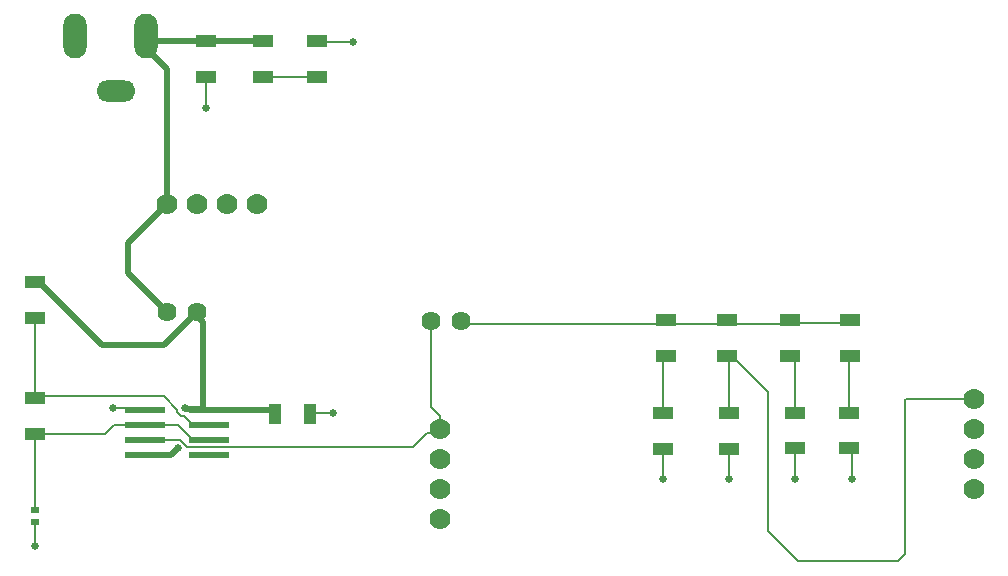
<source format=gtl>
G04*
G04 #@! TF.GenerationSoftware,Altium Limited,Altium Designer,24.10.1 (45)*
G04*
G04 Layer_Physical_Order=1*
G04 Layer_Color=255*
%FSLAX44Y44*%
%MOMM*%
G71*
G04*
G04 #@! TF.SameCoordinates,850EB1A7-B970-4B75-A401-C25B3E3AA128*
G04*
G04*
G04 #@! TF.FilePolarity,Positive*
G04*
G01*
G75*
%ADD10C,0.5080*%
%ADD13C,0.1524*%
%ADD19R,1.8034X1.1176*%
%ADD20R,0.7000X0.6000*%
%ADD21R,3.4000X0.6000*%
%ADD22R,1.1176X1.8034*%
%ADD32C,1.7780*%
%ADD33C,1.6200*%
%ADD34O,2.0000X3.8000*%
%ADD35O,3.3000X1.8000*%
%ADD36C,0.6350*%
D10*
X129540Y281940D02*
X162560Y314960D01*
X129540Y256523D02*
Y281940D01*
Y256523D02*
X162560Y223503D01*
Y314960D02*
Y429460D01*
X178144Y142240D02*
X179061Y141323D01*
X177800Y142240D02*
X178144D01*
X179061Y141323D02*
X193040D01*
X166263Y102763D02*
X171843Y108343D01*
X144450Y102763D02*
X166263D01*
X250952Y140863D02*
X254000Y137815D01*
X198450Y140863D02*
X250952D01*
X254000Y137160D02*
Y137815D01*
X193040Y141323D02*
Y215414D01*
X187960Y220494D02*
X193040Y215414D01*
X160037Y195580D02*
X187960Y223503D01*
Y220494D02*
Y223503D01*
X148900Y443120D02*
Y452120D01*
Y443120D02*
X162560Y429460D01*
X144780Y457200D02*
X149380Y452600D01*
X149380D01*
X149916Y453136D02*
X195580D01*
X149380Y452600D02*
X149916Y453136D01*
X54229Y248920D02*
X107569Y195580D01*
X160037D01*
X50800Y248920D02*
X54229D01*
X195580Y453136D02*
X243840D01*
D13*
X690414Y216887D02*
X693166Y214135D01*
X738462D02*
X741214Y216887D01*
X687299Y213771D02*
X690414Y216887D01*
X693166Y214135D02*
X738462D01*
X640189Y213771D02*
X687299D01*
X637074Y216887D02*
X640189Y213771D01*
X588531Y213360D02*
X633547D01*
X637074Y216887D01*
X414020Y213360D02*
X581477D01*
X585004Y216887D01*
X588531Y213360D01*
X637074Y186915D02*
X638344Y185645D01*
X671315Y38686D02*
X697301Y12700D01*
X671315Y38686D02*
Y156103D01*
X641773Y185645D02*
X671315Y156103D01*
X638344Y185645D02*
X641773D01*
X697301Y12700D02*
X781427D01*
X788293Y149860D02*
X845820D01*
X787400Y148967D02*
X788293Y149860D01*
X787400Y18673D02*
Y148967D01*
X781427Y12700D02*
X787400Y18673D01*
X411480Y215900D02*
X414020Y213360D01*
X171323Y139557D02*
X175117Y135763D01*
X171323Y139557D02*
Y141290D01*
X175117Y135763D02*
X176850D01*
X160213Y152400D02*
X171323Y141290D01*
X176850Y135763D02*
X184450Y128163D01*
X52451Y152400D02*
X160213D01*
X184450Y128163D02*
X198450D01*
X50800Y150749D02*
X52451Y152400D01*
X370781Y109161D02*
X382970Y121350D01*
X390590D01*
X393700Y124460D01*
X180082Y109161D02*
X370781D01*
X178148Y111095D02*
X180082Y109161D01*
X178148Y111095D02*
Y111198D01*
X173883Y115463D02*
X178148Y111198D01*
X144450Y115463D02*
X173883D01*
X393700Y124460D02*
Y135544D01*
X386080Y143164D02*
Y215900D01*
Y143164D02*
X393700Y135544D01*
X739944Y108429D02*
X742484Y105889D01*
Y82521D02*
Y105889D01*
X694224Y82521D02*
Y108429D01*
X638344Y82521D02*
Y108175D01*
Y138147D02*
Y185645D01*
X144450Y128163D02*
X171750D01*
X184450Y115463D01*
X198450D01*
X739944Y138401D02*
Y185645D01*
X741214Y186915D01*
X694224Y138401D02*
Y183105D01*
X690414Y186915D02*
X694224Y183105D01*
X110617Y120777D02*
X118003Y128163D01*
X144450D01*
X50800Y120777D02*
X110617D01*
X50800Y55800D02*
Y120777D01*
Y27165D02*
Y45800D01*
Y27165D02*
X50995Y26970D01*
X50800Y150749D02*
Y218948D01*
X243840Y423164D02*
X289560D01*
X582464Y82521D02*
Y108175D01*
X290576Y452120D02*
X320040D01*
X289560Y453136D02*
X290576Y452120D01*
X579035Y138147D02*
X582464D01*
Y184375D02*
X585004Y186915D01*
X582464Y138147D02*
Y184375D01*
X195580Y396240D02*
Y423164D01*
X143073Y142240D02*
X144450Y140863D01*
X116840Y142240D02*
X143073D01*
X284822Y138010D02*
X303084D01*
X283972Y137160D02*
X284822Y138010D01*
D19*
X582464Y108175D02*
D03*
Y138147D02*
D03*
X585004Y186915D02*
D03*
Y216887D02*
D03*
X637074D02*
D03*
Y186915D02*
D03*
X50800Y120777D02*
D03*
Y150749D02*
D03*
Y218948D02*
D03*
Y248920D02*
D03*
X289560Y423164D02*
D03*
Y453136D02*
D03*
X243840D02*
D03*
Y423164D02*
D03*
X739944Y138401D02*
D03*
Y108429D02*
D03*
X694224Y138401D02*
D03*
Y108429D02*
D03*
X690414Y186915D02*
D03*
Y216887D02*
D03*
X741214Y186915D02*
D03*
Y216887D02*
D03*
X195580Y423164D02*
D03*
Y453136D02*
D03*
X638344Y108175D02*
D03*
Y138147D02*
D03*
D20*
X50800Y45800D02*
D03*
Y55800D02*
D03*
D21*
X144450Y140863D02*
D03*
Y128163D02*
D03*
Y115463D02*
D03*
Y102763D02*
D03*
X198450D02*
D03*
Y115463D02*
D03*
Y128163D02*
D03*
Y140863D02*
D03*
D22*
X254000Y137160D02*
D03*
X283972D02*
D03*
D32*
X393700Y73660D02*
D03*
Y48260D02*
D03*
Y124460D02*
D03*
Y99060D02*
D03*
X213360Y314960D02*
D03*
X238760D02*
D03*
X162560D02*
D03*
X187960D02*
D03*
X845820Y124460D02*
D03*
Y149860D02*
D03*
Y73660D02*
D03*
Y99060D02*
D03*
D33*
X187960Y223503D02*
D03*
X162560D02*
D03*
X411480Y215900D02*
D03*
X386080D02*
D03*
D34*
X144780Y457200D02*
D03*
X84780D02*
D03*
D35*
X119780Y410700D02*
D03*
D36*
X177800Y142240D02*
D03*
X171843Y108343D02*
D03*
X742484Y82521D02*
D03*
X694224D02*
D03*
X638344D02*
D03*
X582464D02*
D03*
X320040Y452120D02*
D03*
X195580Y396240D02*
D03*
X303084Y138010D02*
D03*
X50800Y25400D02*
D03*
X116840Y142240D02*
D03*
M02*

</source>
